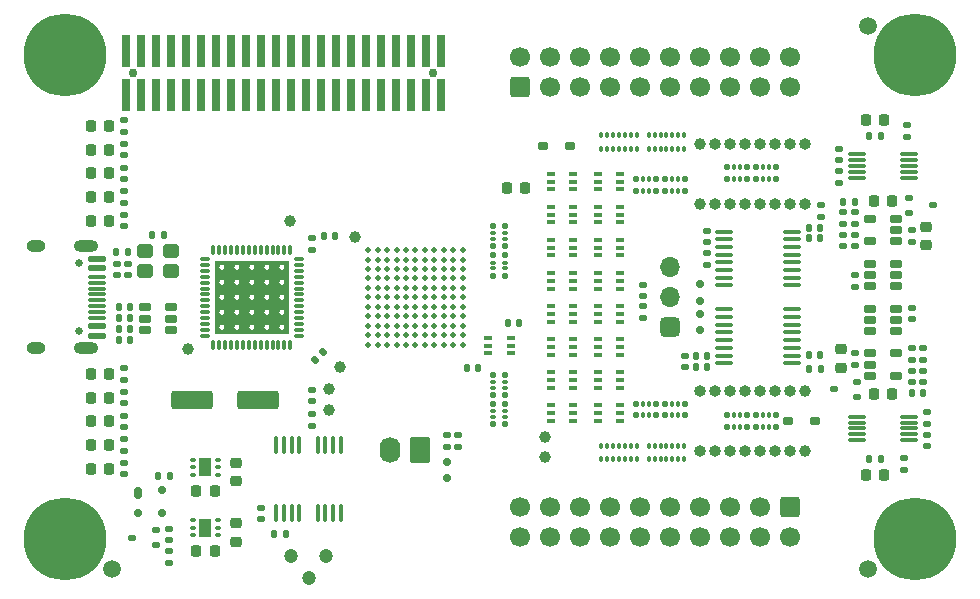
<source format=gbr>
%TF.GenerationSoftware,KiCad,Pcbnew,8.0.2-1*%
%TF.CreationDate,2024-05-28T01:52:33+02:00*%
%TF.ProjectId,glasgow,676c6173-676f-4772-9e6b-696361645f70,C3*%
%TF.SameCoordinates,Original*%
%TF.FileFunction,Soldermask,Top*%
%TF.FilePolarity,Negative*%
%FSLAX46Y46*%
G04 Gerber Fmt 4.6, Leading zero omitted, Abs format (unit mm)*
G04 Created by KiCad (PCBNEW 8.0.2-1) date 2024-05-28 01:52:33*
%MOMM*%
%LPD*%
G01*
G04 APERTURE LIST*
G04 Aperture macros list*
%AMRoundRect*
0 Rectangle with rounded corners*
0 $1 Rounding radius*
0 $2 $3 $4 $5 $6 $7 $8 $9 X,Y pos of 4 corners*
0 Add a 4 corners polygon primitive as box body*
4,1,4,$2,$3,$4,$5,$6,$7,$8,$9,$2,$3,0*
0 Add four circle primitives for the rounded corners*
1,1,$1+$1,$2,$3*
1,1,$1+$1,$4,$5*
1,1,$1+$1,$6,$7*
1,1,$1+$1,$8,$9*
0 Add four rect primitives between the rounded corners*
20,1,$1+$1,$2,$3,$4,$5,0*
20,1,$1+$1,$4,$5,$6,$7,0*
20,1,$1+$1,$6,$7,$8,$9,0*
20,1,$1+$1,$8,$9,$2,$3,0*%
G04 Aperture macros list end*
%ADD10C,0.863600*%
%ADD11C,0.200000*%
%ADD12C,0.000000*%
%ADD13C,1.000000*%
%ADD14C,1.500000*%
%ADD15RoundRect,0.147500X0.172500X-0.147500X0.172500X0.147500X-0.172500X0.147500X-0.172500X-0.147500X0*%
%ADD16RoundRect,0.147500X-0.172500X0.147500X-0.172500X-0.147500X0.172500X-0.147500X0.172500X0.147500X0*%
%ADD17RoundRect,0.147500X0.017678X-0.226274X0.226274X-0.017678X-0.017678X0.226274X-0.226274X0.017678X0*%
%ADD18O,1.000000X0.280000*%
%ADD19O,0.280000X1.000000*%
%ADD20RoundRect,0.218750X-0.218750X-0.256250X0.218750X-0.256250X0.218750X0.256250X-0.218750X0.256250X0*%
%ADD21RoundRect,0.100000X-0.225000X-0.100000X0.225000X-0.100000X0.225000X0.100000X-0.225000X0.100000X0*%
%ADD22RoundRect,0.147500X0.147500X0.172500X-0.147500X0.172500X-0.147500X-0.172500X0.147500X-0.172500X0*%
%ADD23O,1.000000X1.000000*%
%ADD24RoundRect,0.218750X0.256250X-0.218750X0.256250X0.218750X-0.256250X0.218750X-0.256250X-0.218750X0*%
%ADD25RoundRect,0.218750X-0.256250X0.218750X-0.256250X-0.218750X0.256250X-0.218750X0.256250X0.218750X0*%
%ADD26RoundRect,0.218750X0.218750X0.256250X-0.218750X0.256250X-0.218750X-0.256250X0.218750X-0.256250X0*%
%ADD27RoundRect,0.147500X-0.147500X-0.172500X0.147500X-0.172500X0.147500X0.172500X-0.147500X0.172500X0*%
%ADD28RoundRect,0.300000X-0.400000X-0.300000X0.400000X-0.300000X0.400000X0.300000X-0.400000X0.300000X0*%
%ADD29C,0.500000*%
%ADD30RoundRect,0.162500X-0.367500X-0.162500X0.367500X-0.162500X0.367500X0.162500X-0.367500X0.162500X0*%
%ADD31RoundRect,0.100000X-0.637500X-0.100000X0.637500X-0.100000X0.637500X0.100000X-0.637500X0.100000X0*%
%ADD32RoundRect,0.100000X0.637500X0.100000X-0.637500X0.100000X-0.637500X-0.100000X0.637500X-0.100000X0*%
%ADD33RoundRect,0.150000X0.200000X-0.150000X0.200000X0.150000X-0.200000X0.150000X-0.200000X-0.150000X0*%
%ADD34RoundRect,0.425000X0.425000X0.425000X-0.425000X0.425000X-0.425000X-0.425000X0.425000X-0.425000X0*%
%ADD35O,1.700000X1.700000*%
%ADD36C,0.800000*%
%ADD37C,7.000000*%
%ADD38RoundRect,0.250000X0.600000X-0.600000X0.600000X0.600000X-0.600000X0.600000X-0.600000X-0.600000X0*%
%ADD39C,1.700000*%
%ADD40RoundRect,0.162500X0.367500X0.162500X-0.367500X0.162500X-0.367500X-0.162500X0.367500X-0.162500X0*%
%ADD41RoundRect,0.122500X-0.122500X0.127500X-0.122500X-0.127500X0.122500X-0.127500X0.122500X0.127500X0*%
%ADD42RoundRect,0.070000X-0.070000X0.180000X-0.070000X-0.180000X0.070000X-0.180000X0.070000X0.180000X0*%
%ADD43RoundRect,0.122500X0.122500X-0.127500X0.122500X0.127500X-0.122500X0.127500X-0.122500X-0.127500X0*%
%ADD44RoundRect,0.070000X0.070000X-0.180000X0.070000X0.180000X-0.070000X0.180000X-0.070000X-0.180000X0*%
%ADD45RoundRect,0.122500X-0.127500X-0.122500X0.127500X-0.122500X0.127500X0.122500X-0.127500X0.122500X0*%
%ADD46RoundRect,0.070000X-0.180000X-0.070000X0.180000X-0.070000X0.180000X0.070000X-0.180000X0.070000X0*%
%ADD47C,0.650000*%
%ADD48RoundRect,0.147500X-0.577500X0.147500X-0.577500X-0.147500X0.577500X-0.147500X0.577500X0.147500X0*%
%ADD49RoundRect,0.070000X-0.655000X0.070000X-0.655000X-0.070000X0.655000X-0.070000X0.655000X0.070000X0*%
%ADD50O,2.100000X1.000000*%
%ADD51O,1.600000X1.000000*%
%ADD52RoundRect,0.150000X0.300000X0.150000X-0.300000X0.150000X-0.300000X-0.150000X0.300000X-0.150000X0*%
%ADD53RoundRect,0.150000X-0.300000X-0.150000X0.300000X-0.150000X0.300000X0.150000X-0.300000X0.150000X0*%
%ADD54RoundRect,0.112500X0.237500X-0.112500X0.237500X0.112500X-0.237500X0.112500X-0.237500X-0.112500X0*%
%ADD55RoundRect,0.112500X-0.237500X0.112500X-0.237500X-0.112500X0.237500X-0.112500X0.237500X0.112500X0*%
%ADD56RoundRect,0.070000X-0.655000X-0.070000X0.655000X-0.070000X0.655000X0.070000X-0.655000X0.070000X0*%
%ADD57C,0.760000*%
%ADD58RoundRect,0.190000X0.190000X-1.185000X0.190000X1.185000X-0.190000X1.185000X-0.190000X-1.185000X0*%
%ADD59RoundRect,0.250000X-1.500000X-0.550000X1.500000X-0.550000X1.500000X0.550000X-1.500000X0.550000X0*%
%ADD60RoundRect,0.100000X0.100000X-0.637500X0.100000X0.637500X-0.100000X0.637500X-0.100000X-0.637500X0*%
%ADD61RoundRect,0.249999X0.620001X0.850001X-0.620001X0.850001X-0.620001X-0.850001X0.620001X-0.850001X0*%
%ADD62O,1.740000X2.200000*%
%ADD63RoundRect,0.042900X0.182100X0.107100X-0.182100X0.107100X-0.182100X-0.107100X0.182100X-0.107100X0*%
%ADD64RoundRect,0.050000X0.450000X0.750000X-0.450000X0.750000X-0.450000X-0.750000X0.450000X-0.750000X0*%
%ADD65RoundRect,0.250000X-0.600000X0.600000X-0.600000X-0.600000X0.600000X-0.600000X0.600000X0.600000X0*%
%ADD66RoundRect,0.175000X-0.175000X-0.325000X0.175000X-0.325000X0.175000X0.325000X-0.175000X0.325000X0*%
%ADD67RoundRect,0.150000X-0.200000X-0.150000X0.200000X-0.150000X0.200000X0.150000X-0.200000X0.150000X0*%
%ADD68RoundRect,0.070000X0.655000X0.070000X-0.655000X0.070000X-0.655000X-0.070000X0.655000X-0.070000X0*%
%ADD69RoundRect,0.140000X-0.170000X0.140000X-0.170000X-0.140000X0.170000X-0.140000X0.170000X0.140000X0*%
%ADD70RoundRect,0.140000X0.170000X-0.140000X0.170000X0.140000X-0.170000X0.140000X-0.170000X-0.140000X0*%
%ADD71C,1.200000*%
%ADD72RoundRect,0.225000X-0.225000X-0.250000X0.225000X-0.250000X0.225000X0.250000X-0.225000X0.250000X0*%
G04 APERTURE END LIST*
D10*
%TO.C,U1*%
X17310000Y26405000D02*
X22390000Y26405000D01*
X17310000Y25135000D02*
X22390000Y25135000D01*
X17310000Y23865000D02*
X22390000Y23865000D01*
X17310000Y22595000D02*
X22390000Y22595000D01*
X17945000Y27040000D02*
X17945000Y21960000D01*
X19215000Y27040000D02*
X19215000Y21960000D01*
X20485000Y27040000D02*
X20485000Y21960000D01*
X21755000Y27040000D02*
X21755000Y21960000D01*
D11*
X17610000Y27040000D02*
G75*
G02*
X17010000Y27040000I-300000J0D01*
G01*
X17010000Y27040000D02*
G75*
G02*
X17610000Y27040000I300000J0D01*
G01*
X17610000Y25770000D02*
G75*
G02*
X17010000Y25770000I-300000J0D01*
G01*
X17010000Y25770000D02*
G75*
G02*
X17610000Y25770000I300000J0D01*
G01*
X17610000Y24500000D02*
G75*
G02*
X17010000Y24500000I-300000J0D01*
G01*
X17010000Y24500000D02*
G75*
G02*
X17610000Y24500000I300000J0D01*
G01*
X17610000Y23230000D02*
G75*
G02*
X17010000Y23230000I-300000J0D01*
G01*
X17010000Y23230000D02*
G75*
G02*
X17610000Y23230000I300000J0D01*
G01*
X17610000Y21960000D02*
G75*
G02*
X17010000Y21960000I-300000J0D01*
G01*
X17010000Y21960000D02*
G75*
G02*
X17610000Y21960000I300000J0D01*
G01*
X18880000Y27040000D02*
G75*
G02*
X18280000Y27040000I-300000J0D01*
G01*
X18280000Y27040000D02*
G75*
G02*
X18880000Y27040000I300000J0D01*
G01*
X18880000Y25770000D02*
G75*
G02*
X18280000Y25770000I-300000J0D01*
G01*
X18280000Y25770000D02*
G75*
G02*
X18880000Y25770000I300000J0D01*
G01*
X18880000Y24500000D02*
G75*
G02*
X18280000Y24500000I-300000J0D01*
G01*
X18280000Y24500000D02*
G75*
G02*
X18880000Y24500000I300000J0D01*
G01*
X18880000Y23230000D02*
G75*
G02*
X18280000Y23230000I-300000J0D01*
G01*
X18280000Y23230000D02*
G75*
G02*
X18880000Y23230000I300000J0D01*
G01*
X18880000Y21960000D02*
G75*
G02*
X18280000Y21960000I-300000J0D01*
G01*
X18280000Y21960000D02*
G75*
G02*
X18880000Y21960000I300000J0D01*
G01*
X20150000Y27040000D02*
G75*
G02*
X19550000Y27040000I-300000J0D01*
G01*
X19550000Y27040000D02*
G75*
G02*
X20150000Y27040000I300000J0D01*
G01*
X20150000Y25770000D02*
G75*
G02*
X19550000Y25770000I-300000J0D01*
G01*
X19550000Y25770000D02*
G75*
G02*
X20150000Y25770000I300000J0D01*
G01*
X20150000Y24500000D02*
G75*
G02*
X19550000Y24500000I-300000J0D01*
G01*
X19550000Y24500000D02*
G75*
G02*
X20150000Y24500000I300000J0D01*
G01*
X20150000Y23230000D02*
G75*
G02*
X19550000Y23230000I-300000J0D01*
G01*
X19550000Y23230000D02*
G75*
G02*
X20150000Y23230000I300000J0D01*
G01*
X20150000Y21960000D02*
G75*
G02*
X19550000Y21960000I-300000J0D01*
G01*
X19550000Y21960000D02*
G75*
G02*
X20150000Y21960000I300000J0D01*
G01*
X21420000Y27040000D02*
G75*
G02*
X20820000Y27040000I-300000J0D01*
G01*
X20820000Y27040000D02*
G75*
G02*
X21420000Y27040000I300000J0D01*
G01*
X21420000Y25770000D02*
G75*
G02*
X20820000Y25770000I-300000J0D01*
G01*
X20820000Y25770000D02*
G75*
G02*
X21420000Y25770000I300000J0D01*
G01*
X21420000Y24500000D02*
G75*
G02*
X20820000Y24500000I-300000J0D01*
G01*
X20820000Y24500000D02*
G75*
G02*
X21420000Y24500000I300000J0D01*
G01*
X21420000Y23230000D02*
G75*
G02*
X20820000Y23230000I-300000J0D01*
G01*
X20820000Y23230000D02*
G75*
G02*
X21420000Y23230000I300000J0D01*
G01*
X21420000Y21960000D02*
G75*
G02*
X20820000Y21960000I-300000J0D01*
G01*
X20820000Y21960000D02*
G75*
G02*
X21420000Y21960000I300000J0D01*
G01*
X22690000Y27040000D02*
G75*
G02*
X22090000Y27040000I-300000J0D01*
G01*
X22090000Y27040000D02*
G75*
G02*
X22690000Y27040000I300000J0D01*
G01*
X22690000Y25770000D02*
G75*
G02*
X22090000Y25770000I-300000J0D01*
G01*
X22090000Y25770000D02*
G75*
G02*
X22690000Y25770000I300000J0D01*
G01*
X22690000Y24500000D02*
G75*
G02*
X22090000Y24500000I-300000J0D01*
G01*
X22090000Y24500000D02*
G75*
G02*
X22690000Y24500000I300000J0D01*
G01*
X22690000Y23230000D02*
G75*
G02*
X22090000Y23230000I-300000J0D01*
G01*
X22090000Y23230000D02*
G75*
G02*
X22690000Y23230000I300000J0D01*
G01*
X22690000Y21960000D02*
G75*
G02*
X22090000Y21960000I-300000J0D01*
G01*
X22090000Y21960000D02*
G75*
G02*
X22690000Y21960000I300000J0D01*
G01*
D12*
G36*
X17100000Y21390000D02*
G01*
X16740000Y21390000D01*
X16740000Y27610000D01*
X17100000Y27610000D01*
X17100000Y21390000D01*
G37*
G36*
X22960000Y21390000D02*
G01*
X16740000Y21390000D01*
X16740000Y21750000D01*
X22960000Y21750000D01*
X22960000Y21390000D01*
G37*
G36*
X22960000Y27250000D02*
G01*
X16740000Y27250000D01*
X16740000Y27610000D01*
X22960000Y27610000D01*
X22960000Y27250000D01*
G37*
G36*
X22960000Y21390000D02*
G01*
X22600000Y21390000D01*
X22600000Y27610000D01*
X22960000Y27610000D01*
X22960000Y21390000D01*
G37*
%TD*%
D13*
%TO.C,TP5*%
X26400000Y15000000D03*
%TD*%
%TO.C,TP4*%
X26400000Y16700000D03*
%TD*%
D14*
%TO.C,FID1*%
X8000000Y1500000D03*
%TD*%
%TO.C,FID2*%
X72000000Y47500000D03*
%TD*%
D15*
%TO.C,C30*%
X77000000Y11915000D03*
X77000000Y12885000D03*
%TD*%
D16*
%TO.C,R22*%
X9000000Y12485000D03*
X9000000Y11515000D03*
%TD*%
%TO.C,R23*%
X9000000Y10485000D03*
X9000000Y9515000D03*
%TD*%
D13*
%TO.C,TP6*%
X23100000Y31000000D03*
%TD*%
D17*
%TO.C,R9*%
X25207053Y19157053D03*
X25892947Y19842947D03*
%TD*%
D18*
%TO.C,U1*%
X15850000Y27750000D03*
X15850000Y27250000D03*
X15850000Y26750000D03*
X15850000Y26250000D03*
X15850000Y25750000D03*
X15850000Y25250000D03*
X15850000Y24750000D03*
X15850000Y24250000D03*
X15850000Y23750000D03*
X15850000Y23250000D03*
X15850000Y22750000D03*
X15850000Y22250000D03*
X15850000Y21750000D03*
X15850000Y21250000D03*
D19*
X16600000Y20500000D03*
X17100000Y20500000D03*
X17600000Y20500000D03*
X18100000Y20500000D03*
X18600000Y20500000D03*
X19100000Y20500000D03*
X19600000Y20500000D03*
X20100000Y20500000D03*
X20600000Y20500000D03*
X21100000Y20500000D03*
X21600000Y20500000D03*
X22100000Y20500000D03*
X22600000Y20500000D03*
X23100000Y20500000D03*
D18*
X23850000Y21250000D03*
X23850000Y21750000D03*
X23850000Y22250000D03*
X23850000Y22750000D03*
X23850000Y23250000D03*
X23850000Y23750000D03*
X23850000Y24250000D03*
X23850000Y24750000D03*
X23850000Y25250000D03*
X23850000Y25750000D03*
X23850000Y26250000D03*
X23850000Y26750000D03*
X23850000Y27250000D03*
X23850000Y27750000D03*
D19*
X23100000Y28500000D03*
X22600000Y28500000D03*
X22100000Y28500000D03*
X21600000Y28500000D03*
X21100000Y28500000D03*
X20600000Y28500000D03*
X20100000Y28500000D03*
X19600000Y28500000D03*
X19100000Y28500000D03*
X18600000Y28500000D03*
X18100000Y28500000D03*
X17600000Y28500000D03*
X17100000Y28500000D03*
X16600000Y28500000D03*
%TD*%
D15*
%TO.C,R33*%
X70900000Y28815000D03*
X70900000Y29785000D03*
%TD*%
D20*
%TO.C,D6*%
X6212500Y18000000D03*
X7787500Y18000000D03*
%TD*%
%TO.C,D8*%
X6212500Y14000000D03*
X7787500Y14000000D03*
%TD*%
%TO.C,D5*%
X6212500Y31000000D03*
X7787500Y31000000D03*
%TD*%
%TO.C,D4*%
X6212500Y33000000D03*
X7787500Y33000000D03*
%TD*%
%TO.C,D3*%
X6212500Y35000000D03*
X7787500Y35000000D03*
%TD*%
%TO.C,D2*%
X6212500Y37000000D03*
X7787500Y37000000D03*
%TD*%
D15*
%TO.C,R14*%
X9000000Y34515000D03*
X9000000Y35485000D03*
%TD*%
%TO.C,R15*%
X9000000Y32515000D03*
X9000000Y33485000D03*
%TD*%
D16*
%TO.C,R20*%
X9000000Y16485000D03*
X9000000Y15515000D03*
%TD*%
D21*
%TO.C,U27*%
X49150000Y20950000D03*
X49150000Y20300000D03*
X49150000Y19650000D03*
X51050000Y19650000D03*
X51050000Y20300000D03*
X51050000Y20950000D03*
%TD*%
%TO.C,U26*%
X49150000Y23750000D03*
X49150000Y23100000D03*
X49150000Y22450000D03*
X51050000Y22450000D03*
X51050000Y23100000D03*
X51050000Y23750000D03*
%TD*%
%TO.C,U17*%
X49150000Y29350000D03*
X49150000Y28700000D03*
X49150000Y28050000D03*
X51050000Y28050000D03*
X51050000Y28700000D03*
X51050000Y29350000D03*
%TD*%
%TO.C,U10*%
X45150000Y26550000D03*
X45150000Y25900000D03*
X45150000Y25250000D03*
X47050000Y25250000D03*
X47050000Y25900000D03*
X47050000Y26550000D03*
%TD*%
%TO.C,U9*%
X45150000Y29350000D03*
X45150000Y28700000D03*
X45150000Y28050000D03*
X47050000Y28050000D03*
X47050000Y28700000D03*
X47050000Y29350000D03*
%TD*%
%TO.C,U6*%
X45150000Y32150000D03*
X45150000Y31500000D03*
X45150000Y30850000D03*
X47050000Y30850000D03*
X47050000Y31500000D03*
X47050000Y32150000D03*
%TD*%
%TO.C,U22*%
X45150000Y23750000D03*
X45150000Y23100000D03*
X45150000Y22450000D03*
X47050000Y22450000D03*
X47050000Y23100000D03*
X47050000Y23750000D03*
%TD*%
%TO.C,U24*%
X45150000Y18150000D03*
X45150000Y17500000D03*
X45150000Y16850000D03*
X47050000Y16850000D03*
X47050000Y17500000D03*
X47050000Y18150000D03*
%TD*%
%TO.C,U25*%
X45150000Y15350000D03*
X45150000Y14700000D03*
X45150000Y14050000D03*
X47050000Y14050000D03*
X47050000Y14700000D03*
X47050000Y15350000D03*
%TD*%
D22*
%TO.C,C57*%
X70885000Y32600000D03*
X69915000Y32600000D03*
%TD*%
D20*
%TO.C,D1*%
X6212500Y39000000D03*
X7787500Y39000000D03*
%TD*%
D13*
%TO.C,J9*%
X57800000Y32400000D03*
D23*
X59070000Y32400000D03*
X60340000Y32400000D03*
X61610000Y32400000D03*
X62880000Y32400000D03*
X64150000Y32400000D03*
X65420000Y32400000D03*
X66690000Y32400000D03*
%TD*%
D13*
%TO.C,J6*%
X66700000Y11500000D03*
D23*
X65430000Y11500000D03*
X64160000Y11500000D03*
X62890000Y11500000D03*
X61620000Y11500000D03*
X60350000Y11500000D03*
X59080000Y11500000D03*
X57810000Y11500000D03*
%TD*%
D24*
%TO.C,C82*%
X76900000Y28912500D03*
X76900000Y30487500D03*
%TD*%
D25*
%TO.C,C31*%
X69700000Y20087500D03*
X69700000Y18512500D03*
%TD*%
D26*
%TO.C,C53*%
X74087500Y16300000D03*
X72512500Y16300000D03*
%TD*%
D16*
%TO.C,R28*%
X75700000Y18285000D03*
X75700000Y17315000D03*
%TD*%
%TO.C,R27*%
X75700000Y20185000D03*
X75700000Y19215000D03*
%TD*%
D14*
%TO.C,FID3*%
X72000000Y1500000D03*
%TD*%
D13*
%TO.C,FID8*%
X28600000Y29600000D03*
%TD*%
D15*
%TO.C,C59*%
X75700000Y29215000D03*
X75700000Y30185000D03*
%TD*%
%TO.C,R34*%
X70900000Y30715000D03*
X70900000Y31685000D03*
%TD*%
%TO.C,C12*%
X9350000Y26365000D03*
X9350000Y27335000D03*
%TD*%
%TO.C,R16*%
X9000000Y30515000D03*
X9000000Y31485000D03*
%TD*%
D27*
%TO.C,R17*%
X25915000Y29700000D03*
X26885000Y29700000D03*
%TD*%
D15*
%TO.C,R12*%
X9000000Y38515000D03*
X9000000Y39485000D03*
%TD*%
%TO.C,R13*%
X9000000Y36515000D03*
X9000000Y37485000D03*
%TD*%
D28*
%TO.C,Y1*%
X10800000Y26750000D03*
X13000000Y26750000D03*
X13000000Y28450000D03*
X10800000Y28450000D03*
%TD*%
D29*
%TO.C,U30*%
X37700000Y28500000D03*
X37700000Y27700000D03*
X37700000Y26900000D03*
X37700000Y26100000D03*
X37700000Y25300000D03*
X37700000Y24500000D03*
X37700000Y23700000D03*
X37700000Y22900000D03*
X37700000Y22100000D03*
X37700000Y21300000D03*
X37700000Y20500000D03*
X36900000Y28500000D03*
X36900000Y27700000D03*
X36900000Y26900000D03*
X36900000Y26100000D03*
X36900000Y25300000D03*
X36900000Y24500000D03*
X36900000Y23700000D03*
X36900000Y22900000D03*
X36900000Y22100000D03*
X36900000Y21300000D03*
X36900000Y20500000D03*
X36100000Y28500000D03*
X36100000Y27700000D03*
X36100000Y26900000D03*
X36100000Y26100000D03*
X36100000Y25300000D03*
X36100000Y24500000D03*
X36100000Y23700000D03*
X36100000Y22900000D03*
X36100000Y22100000D03*
X36100000Y21300000D03*
X36100000Y20500000D03*
X35300000Y28500000D03*
X35300000Y27700000D03*
X35300000Y26900000D03*
X35300000Y26100000D03*
X35300000Y25300000D03*
X35300000Y24500000D03*
X35300000Y23700000D03*
X35300000Y22900000D03*
X35300000Y22100000D03*
X35300000Y21300000D03*
X35300000Y20500000D03*
X34500000Y28500000D03*
X34500000Y27700000D03*
X34500000Y26900000D03*
X34500000Y26100000D03*
X34500000Y25300000D03*
X34500000Y24500000D03*
X34500000Y23700000D03*
X34500000Y22900000D03*
X34500000Y22100000D03*
X34500000Y21300000D03*
X34500000Y20500000D03*
X33700000Y28500000D03*
X33700000Y27700000D03*
X33700000Y26900000D03*
X33700000Y26100000D03*
X33700000Y25300000D03*
X33700000Y24500000D03*
X33700000Y23700000D03*
X33700000Y22900000D03*
X33700000Y22100000D03*
X33700000Y21300000D03*
X33700000Y20500000D03*
X32900000Y28500000D03*
X32900000Y27700000D03*
X32900000Y26900000D03*
X32900000Y26100000D03*
X32900000Y25300000D03*
X32900000Y24500000D03*
X32900000Y23700000D03*
X32900000Y22900000D03*
X32900000Y22100000D03*
X32900000Y21300000D03*
X32900000Y20500000D03*
X32100000Y28500000D03*
X32100000Y27700000D03*
X32100000Y26900000D03*
X32100000Y26100000D03*
X32100000Y25300000D03*
X32100000Y24500000D03*
X32100000Y23700000D03*
X32100000Y22900000D03*
X32100000Y22100000D03*
X32100000Y21300000D03*
X32100000Y20500000D03*
X31300000Y28500000D03*
X31300000Y27700000D03*
X31300000Y26900000D03*
X31300000Y26100000D03*
X31300000Y25300000D03*
X31300000Y24500000D03*
X31300000Y23700000D03*
X31300000Y22900000D03*
X31300000Y22100000D03*
X31300000Y21300000D03*
X31300000Y20500000D03*
X30500000Y28500000D03*
X30500000Y27700000D03*
X30500000Y26900000D03*
X30500000Y26100000D03*
X30500000Y25300000D03*
X30500000Y24500000D03*
X30500000Y23700000D03*
X30500000Y22900000D03*
X30500000Y22100000D03*
X30500000Y21300000D03*
X30500000Y20500000D03*
X29700000Y28500000D03*
X29700000Y27700000D03*
X29700000Y26900000D03*
X29700000Y26100000D03*
X29700000Y25300000D03*
X29700000Y24500000D03*
X29700000Y23700000D03*
X29700000Y22900000D03*
X29700000Y22100000D03*
X29700000Y21300000D03*
X29700000Y20500000D03*
%TD*%
D22*
%TO.C,C13*%
X9335000Y28300000D03*
X8365000Y28300000D03*
%TD*%
D21*
%TO.C,U16*%
X49150000Y32150000D03*
X49150000Y31500000D03*
X49150000Y30850000D03*
X51050000Y30850000D03*
X51050000Y31500000D03*
X51050000Y32150000D03*
%TD*%
%TO.C,U11*%
X49150000Y34950000D03*
X49150000Y34300000D03*
X49150000Y33650000D03*
X51050000Y33650000D03*
X51050000Y34300000D03*
X51050000Y34950000D03*
%TD*%
D16*
%TO.C,R21*%
X9000000Y14485000D03*
X9000000Y13515000D03*
%TD*%
D20*
%TO.C,D9*%
X6212500Y12000000D03*
X7787500Y12000000D03*
%TD*%
D16*
%TO.C,R11*%
X9000000Y18485000D03*
X9000000Y17515000D03*
%TD*%
D20*
%TO.C,D7*%
X6212500Y16000000D03*
X7787500Y16000000D03*
%TD*%
%TO.C,D10*%
X6212500Y10000000D03*
X7787500Y10000000D03*
%TD*%
D15*
%TO.C,R18*%
X75300000Y38115000D03*
X75300000Y39085000D03*
%TD*%
D13*
%TO.C,J7*%
X66700000Y16580000D03*
D23*
X65430000Y16580000D03*
X64160000Y16580000D03*
X62890000Y16580000D03*
X61620000Y16580000D03*
X60350000Y16580000D03*
X59080000Y16580000D03*
X57810000Y16580000D03*
%TD*%
D30*
%TO.C,U14*%
X72200000Y19750000D03*
X72200000Y18800000D03*
X72200000Y17850000D03*
X74400000Y17850000D03*
X74400000Y19750000D03*
%TD*%
D22*
%TO.C,C29*%
X58385000Y18600000D03*
X57415000Y18600000D03*
%TD*%
D27*
%TO.C,C46*%
X75715000Y16400000D03*
X76685000Y16400000D03*
%TD*%
D16*
%TO.C,R19*%
X75100000Y10885000D03*
X75100000Y9915000D03*
%TD*%
D21*
%TO.C,U18*%
X49150000Y26550000D03*
X49150000Y25900000D03*
X49150000Y25250000D03*
X51050000Y25250000D03*
X51050000Y25900000D03*
X51050000Y26550000D03*
%TD*%
D16*
%TO.C,R40*%
X20600000Y6685000D03*
X20600000Y5715000D03*
%TD*%
D31*
%TO.C,U19*%
X59837500Y30075000D03*
X59837500Y29425000D03*
X59837500Y28775000D03*
X59837500Y28125000D03*
X59837500Y27475000D03*
X59837500Y26825000D03*
X59837500Y26175000D03*
X59837500Y25525000D03*
X65562500Y25525000D03*
X65562500Y26175000D03*
X65562500Y26825000D03*
X65562500Y27475000D03*
X65562500Y28125000D03*
X65562500Y28775000D03*
X65562500Y29425000D03*
X65562500Y30075000D03*
%TD*%
D15*
%TO.C,R39*%
X53000000Y22765000D03*
X53000000Y23735000D03*
%TD*%
D16*
%TO.C,R43*%
X53000000Y25585000D03*
X53000000Y24615000D03*
%TD*%
D21*
%TO.C,U28*%
X49150000Y18150000D03*
X49150000Y17500000D03*
X49150000Y16850000D03*
X51050000Y16850000D03*
X51050000Y17500000D03*
X51050000Y18150000D03*
%TD*%
%TO.C,U23*%
X45150000Y20950000D03*
X45150000Y20300000D03*
X45150000Y19650000D03*
X47050000Y19650000D03*
X47050000Y20300000D03*
X47050000Y20950000D03*
%TD*%
D27*
%TO.C,C22*%
X67030000Y18400000D03*
X68000000Y18400000D03*
%TD*%
D15*
%TO.C,R44*%
X36350000Y11865000D03*
X36350000Y12835000D03*
%TD*%
D27*
%TO.C,R36*%
X67015000Y19600000D03*
X67985000Y19600000D03*
%TD*%
%TO.C,R41*%
X57415000Y19500000D03*
X58385000Y19500000D03*
%TD*%
D16*
%TO.C,C84*%
X58350000Y30135000D03*
X58350000Y29165000D03*
%TD*%
%TO.C,C45*%
X70900000Y19785000D03*
X70900000Y18815000D03*
%TD*%
D32*
%TO.C,U5*%
X65562500Y18925000D03*
X65562500Y19575000D03*
X65562500Y20225000D03*
X65562500Y20875000D03*
X65562500Y21525000D03*
X65562500Y22175000D03*
X65562500Y22825000D03*
X65562500Y23475000D03*
X59837500Y23475000D03*
X59837500Y22825000D03*
X59837500Y22175000D03*
X59837500Y21525000D03*
X59837500Y20875000D03*
X59837500Y20225000D03*
X59837500Y19575000D03*
X59837500Y18925000D03*
%TD*%
D22*
%TO.C,R42*%
X67985000Y29500000D03*
X67015000Y29500000D03*
%TD*%
D16*
%TO.C,R35*%
X69900000Y31685000D03*
X69900000Y30715000D03*
%TD*%
D15*
%TO.C,R29*%
X76700000Y17315000D03*
X76700000Y18285000D03*
%TD*%
D22*
%TO.C,R10*%
X42485000Y22300000D03*
X41515000Y22300000D03*
%TD*%
D13*
%TO.C,TP3*%
X44700000Y12700000D03*
%TD*%
%TO.C,TP1*%
X44700000Y11000000D03*
%TD*%
D15*
%TO.C,R2*%
X24900000Y13615000D03*
X24900000Y14585000D03*
%TD*%
D33*
%TO.C,D12*%
X57800000Y23100000D03*
X57800000Y21700000D03*
%TD*%
D22*
%TO.C,R45*%
X39035000Y18500000D03*
X38065000Y18500000D03*
%TD*%
D34*
%TO.C,J10*%
X55270000Y21960000D03*
D35*
X55270000Y24500000D03*
X55270000Y27040000D03*
%TD*%
D36*
%TO.C,MK1*%
X1375000Y4000000D03*
X2143845Y5856155D03*
X2143845Y2143845D03*
X4000000Y6625000D03*
D37*
X4000000Y4000000D03*
D36*
X4000000Y1375000D03*
X5856155Y5856155D03*
X5856155Y2143845D03*
X6625000Y4000000D03*
%TD*%
%TO.C,MK2*%
X1375000Y45000000D03*
X2143845Y46856155D03*
X2143845Y43143845D03*
X4000000Y47625000D03*
D37*
X4000000Y45000000D03*
D36*
X4000000Y42375000D03*
X5856155Y46856155D03*
X5856155Y43143845D03*
X6625000Y45000000D03*
%TD*%
%TO.C,MK4*%
X73375000Y4000000D03*
X74143845Y5856155D03*
X74143845Y2143845D03*
X76000000Y6625000D03*
D37*
X76000000Y4000000D03*
D36*
X76000000Y1375000D03*
X77856155Y5856155D03*
X77856155Y2143845D03*
X78625000Y4000000D03*
%TD*%
D20*
%TO.C,C83*%
X72512500Y32700000D03*
X74087500Y32700000D03*
%TD*%
D36*
%TO.C,MK3*%
X73375000Y45000000D03*
X74143845Y46856155D03*
X74143845Y43143845D03*
X76000000Y47625000D03*
D37*
X76000000Y45000000D03*
D36*
X76000000Y42375000D03*
X77856155Y46856155D03*
X77856155Y43143845D03*
X78625000Y45000000D03*
%TD*%
D13*
%TO.C,J8*%
X57800000Y37500000D03*
D23*
X59070000Y37500000D03*
X60340000Y37500000D03*
X61610000Y37500000D03*
X62880000Y37500000D03*
X64150000Y37500000D03*
X65420000Y37500000D03*
X66690000Y37500000D03*
%TD*%
D26*
%TO.C,D15*%
X73387500Y39500000D03*
X71812500Y39500000D03*
%TD*%
D16*
%TO.C,C55*%
X69600000Y37085000D03*
X69600000Y36115000D03*
%TD*%
D38*
%TO.C,J2*%
X42570000Y42280000D03*
D39*
X42570000Y44820000D03*
X45110000Y42280000D03*
X45110000Y44820000D03*
X47650000Y42280000D03*
X47650000Y44820000D03*
X50190000Y42280000D03*
X50190000Y44820000D03*
X52730000Y42280000D03*
X52730000Y44820000D03*
X55270000Y42280000D03*
X55270000Y44820000D03*
X57810000Y42280000D03*
X57810000Y44820000D03*
X60350000Y42280000D03*
X60350000Y44820000D03*
X62890000Y42280000D03*
X62890000Y44820000D03*
X65430000Y42280000D03*
X65430000Y44820000D03*
%TD*%
D22*
%TO.C,R46*%
X73085000Y10800000D03*
X72115000Y10800000D03*
%TD*%
%TO.C,R47*%
X73085000Y38200000D03*
X72115000Y38200000D03*
%TD*%
D13*
%TO.C,TP2*%
X27300000Y18600000D03*
%TD*%
D26*
%TO.C,D14*%
X73387500Y9500000D03*
X71812500Y9500000D03*
%TD*%
D40*
%TO.C,U31*%
X74400000Y29250000D03*
X74400000Y30200000D03*
X74400000Y31150000D03*
X72200000Y31150000D03*
X72200000Y29250000D03*
%TD*%
D33*
%TO.C,D11*%
X36400000Y10600000D03*
X36400000Y9200000D03*
%TD*%
D16*
%TO.C,R1*%
X24900000Y16685000D03*
X24900000Y15715000D03*
%TD*%
D41*
%TO.C,RN3*%
X56555000Y15500000D03*
D42*
X55950000Y15500000D03*
X55450000Y15500000D03*
D41*
X54845000Y15500000D03*
X54845000Y14500000D03*
D42*
X55450000Y14500000D03*
X55950000Y14500000D03*
D41*
X56555000Y14500000D03*
%TD*%
%TO.C,RN4*%
X54055000Y15500000D03*
D42*
X53450000Y15500000D03*
X52950000Y15500000D03*
D41*
X52345000Y15500000D03*
X52345000Y14500000D03*
D42*
X52950000Y14500000D03*
X53450000Y14500000D03*
D41*
X54055000Y14500000D03*
%TD*%
D43*
%TO.C,RN5*%
X62545000Y13500000D03*
D44*
X63150000Y13500000D03*
X63650000Y13500000D03*
D43*
X64255000Y13500000D03*
X64255000Y14500000D03*
D44*
X63650000Y14500000D03*
X63150000Y14500000D03*
D43*
X62545000Y14500000D03*
%TD*%
%TO.C,RN6*%
X60045000Y13500000D03*
D44*
X60650000Y13500000D03*
X61150000Y13500000D03*
D43*
X61755000Y13500000D03*
X61755000Y14500000D03*
D44*
X61150000Y14500000D03*
X60650000Y14500000D03*
D43*
X60045000Y14500000D03*
%TD*%
D45*
%TO.C,RN7*%
X40300000Y30555000D03*
D46*
X40300000Y29950000D03*
X40300000Y29450000D03*
D45*
X40300000Y28845000D03*
X41300000Y28845000D03*
D46*
X41300000Y29450000D03*
X41300000Y29950000D03*
D45*
X41300000Y30555000D03*
%TD*%
%TO.C,RN8*%
X40300000Y28055000D03*
D46*
X40300000Y27450000D03*
X40300000Y26950000D03*
D45*
X40300000Y26345000D03*
X41300000Y26345000D03*
D46*
X41300000Y26950000D03*
X41300000Y27450000D03*
D45*
X41300000Y28055000D03*
%TD*%
D43*
%TO.C,RN10*%
X54845000Y33500000D03*
D44*
X55450000Y33500000D03*
X55950000Y33500000D03*
D43*
X56555000Y33500000D03*
X56555000Y34500000D03*
D44*
X55950000Y34500000D03*
X55450000Y34500000D03*
D43*
X54845000Y34500000D03*
%TD*%
D41*
%TO.C,RN11*%
X61755000Y35500000D03*
D42*
X61150000Y35500000D03*
X60650000Y35500000D03*
D41*
X60045000Y35500000D03*
X60045000Y34500000D03*
D42*
X60650000Y34500000D03*
X61150000Y34500000D03*
D41*
X61755000Y34500000D03*
%TD*%
%TO.C,RN12*%
X64255000Y35500000D03*
D42*
X63650000Y35500000D03*
X63150000Y35500000D03*
D41*
X62545000Y35500000D03*
X62545000Y34500000D03*
D42*
X63150000Y34500000D03*
X63650000Y34500000D03*
D41*
X64255000Y34500000D03*
%TD*%
D21*
%TO.C,U4*%
X45150000Y34950000D03*
X45150000Y34300000D03*
X45150000Y33650000D03*
X47050000Y33650000D03*
X47050000Y34300000D03*
X47050000Y34950000D03*
%TD*%
%TO.C,U32*%
X39850000Y21050000D03*
X39850000Y20400000D03*
X39850000Y19750000D03*
X41750000Y19750000D03*
X41750000Y20400000D03*
X41750000Y21050000D03*
%TD*%
%TO.C,U29*%
X49150000Y15350000D03*
X49150000Y14700000D03*
X49150000Y14050000D03*
X51050000Y14050000D03*
X51050000Y14700000D03*
X51050000Y15350000D03*
%TD*%
D33*
%TO.C,D13*%
X57800000Y25600000D03*
X57800000Y24200000D03*
%TD*%
D45*
%TO.C,RN2*%
X40300000Y15455000D03*
D46*
X40300000Y14850000D03*
X40300000Y14350000D03*
D45*
X40300000Y13745000D03*
X41300000Y13745000D03*
D46*
X41300000Y14350000D03*
X41300000Y14850000D03*
D45*
X41300000Y15455000D03*
%TD*%
%TO.C,RN1*%
X40300000Y17955000D03*
D46*
X40300000Y17350000D03*
X40300000Y16850000D03*
D45*
X40300000Y16245000D03*
X41300000Y16245000D03*
D46*
X41300000Y16850000D03*
X41300000Y17350000D03*
D45*
X41300000Y17955000D03*
%TD*%
D16*
%TO.C,R37*%
X58350000Y28235000D03*
X58350000Y27265000D03*
%TD*%
D47*
%TO.C,J1*%
X5250000Y27390000D03*
X5250000Y21610000D03*
D48*
X6695000Y27755000D03*
X6695000Y26945000D03*
D49*
X6695000Y25750000D03*
X6695000Y24750000D03*
X6695000Y24250000D03*
X6695000Y23250000D03*
D48*
X6695000Y22055000D03*
X6695000Y21245000D03*
X6695000Y21245000D03*
X6695000Y22055000D03*
D49*
X6695000Y22750000D03*
X6695000Y23750000D03*
X6695000Y25250000D03*
X6695000Y26250000D03*
D48*
X6695000Y26945000D03*
X6695000Y27755000D03*
D50*
X5780000Y28820000D03*
D51*
X1600000Y28820000D03*
D50*
X5780000Y20180000D03*
D51*
X1600000Y20180000D03*
%TD*%
D22*
%TO.C,C11*%
X12385000Y29800000D03*
X11415000Y29800000D03*
%TD*%
D16*
%TO.C,R53*%
X8400000Y27335000D03*
X8400000Y26365000D03*
%TD*%
D22*
%TO.C,C8*%
X9535000Y23700000D03*
X8565000Y23700000D03*
%TD*%
D27*
%TO.C,FB1*%
X8565000Y21800000D03*
X9535000Y21800000D03*
%TD*%
D30*
%TO.C,U15*%
X10800000Y23650000D03*
X10800000Y22700000D03*
X10800000Y21750000D03*
X13000000Y21750000D03*
X13000000Y22700000D03*
X13000000Y23650000D03*
%TD*%
D22*
%TO.C,R52*%
X9535000Y22750000D03*
X8565000Y22750000D03*
%TD*%
D52*
%TO.C,D16*%
X67500000Y14000000D03*
X65200000Y14000000D03*
%TD*%
D53*
%TO.C,D17*%
X44500000Y37300000D03*
X46800000Y37300000D03*
%TD*%
D54*
%TO.C,D18*%
X71100000Y16050000D03*
X71100000Y17350000D03*
X69100000Y16700000D03*
%TD*%
D55*
%TO.C,D19*%
X75500000Y32950000D03*
X75500000Y31650000D03*
X77500000Y32300000D03*
%TD*%
D16*
%TO.C,R26*%
X76700000Y20185000D03*
X76700000Y19215000D03*
%TD*%
D56*
%TO.C,U12*%
X71100000Y14400000D03*
X71100000Y13900000D03*
X71100000Y13400000D03*
X71100000Y12900000D03*
X71100000Y12400000D03*
X75500000Y12400000D03*
X75500000Y12900000D03*
X75500000Y13400000D03*
X75500000Y13900000D03*
X75500000Y14400000D03*
%TD*%
D44*
%TO.C,D21*%
X49450000Y10775000D03*
X49950000Y10775000D03*
X50450000Y10775000D03*
X50950000Y10775000D03*
X51450000Y10775000D03*
X51950000Y10775000D03*
X52450000Y10775000D03*
X52450000Y11925000D03*
X51950000Y11925000D03*
X51450000Y11925000D03*
X50950000Y11925000D03*
X50450000Y11925000D03*
X49950000Y11925000D03*
X49450000Y11925000D03*
%TD*%
D42*
%TO.C,D23*%
X56450000Y38225000D03*
X55950000Y38225000D03*
X55450000Y38225000D03*
X54950000Y38225000D03*
X54450000Y38225000D03*
X53950000Y38225000D03*
X53450000Y38225000D03*
X53450000Y37075000D03*
X53950000Y37075000D03*
X54450000Y37075000D03*
X54950000Y37075000D03*
X55450000Y37075000D03*
X55950000Y37075000D03*
X56450000Y37075000D03*
%TD*%
D22*
%TO.C,C16*%
X12885000Y9400000D03*
X11915000Y9400000D03*
%TD*%
D15*
%TO.C,C88*%
X24900000Y28530000D03*
X24900000Y29500000D03*
%TD*%
D54*
%TO.C,D24*%
X11700000Y3500000D03*
X11700000Y4800000D03*
X9700000Y4150000D03*
%TD*%
D15*
%TO.C,R4*%
X12800000Y2030000D03*
X12800000Y3000000D03*
%TD*%
%TO.C,R5*%
X12800000Y3930000D03*
X12800000Y4900000D03*
%TD*%
D16*
%TO.C,R57*%
X56500000Y19535000D03*
X56500000Y18565000D03*
%TD*%
D15*
%TO.C,R58*%
X68000000Y31315000D03*
X68000000Y32285000D03*
%TD*%
%TO.C,R38*%
X37300000Y11865000D03*
X37300000Y12835000D03*
%TD*%
D57*
%TO.C,J5*%
X9800000Y43500000D03*
X35200000Y43500000D03*
D58*
X9165000Y41625000D03*
X9165000Y45375000D03*
X10435000Y41625000D03*
X10435000Y45375000D03*
X11705000Y41625000D03*
X11705000Y45375000D03*
X12975000Y41625000D03*
X12975000Y45375000D03*
X14245000Y41625000D03*
X14245000Y45375000D03*
X15515000Y41625000D03*
X15515000Y45375000D03*
X16785000Y41625000D03*
X16785000Y45375000D03*
X18055000Y41625000D03*
X18055000Y45375000D03*
X19325000Y41625000D03*
X19325000Y45375000D03*
X20595000Y41625000D03*
X20595000Y45375000D03*
X21865000Y41625000D03*
X21865000Y45375000D03*
X23135000Y41625000D03*
X23135000Y45375000D03*
X24405000Y41625000D03*
X24405000Y45375000D03*
X25675000Y41625000D03*
X25675000Y45375000D03*
X26945000Y41625000D03*
X26945000Y45375000D03*
X28215000Y41625000D03*
X28215000Y45375000D03*
X29485000Y41625000D03*
X29485000Y45375000D03*
X30755000Y41625000D03*
X30755000Y45375000D03*
X32025000Y41625000D03*
X32025000Y45375000D03*
X33295000Y41625000D03*
X33295000Y45375000D03*
X34565000Y41625000D03*
X34565000Y45375000D03*
X35835000Y41625000D03*
X35835000Y45375000D03*
%TD*%
D22*
%TO.C,R3*%
X9535000Y20850000D03*
X8565000Y20850000D03*
%TD*%
D13*
%TO.C,TP7*%
X14400000Y20100000D03*
%TD*%
D59*
%TO.C,C87*%
X14800000Y15800000D03*
X20400000Y15800000D03*
%TD*%
D60*
%TO.C,U2*%
X25425000Y6237500D03*
X26075000Y6237500D03*
X26725000Y6237500D03*
X27375000Y6237500D03*
X27375000Y11962500D03*
X26725000Y11962500D03*
X26075000Y11962500D03*
X25425000Y11962500D03*
%TD*%
%TO.C,U3*%
X21925000Y6237500D03*
X22575000Y6237500D03*
X23225000Y6237500D03*
X23875000Y6237500D03*
X23875000Y11962500D03*
X23225000Y11962500D03*
X22575000Y11962500D03*
X21925000Y11962500D03*
%TD*%
D61*
%TO.C,J4*%
X34100000Y11600000D03*
D62*
X31560000Y11600000D03*
%TD*%
D63*
%TO.C,U8*%
X16950000Y4350000D03*
X16950000Y5000000D03*
X16950000Y5650000D03*
X14850000Y5650000D03*
X14850000Y5000000D03*
X14850000Y4350000D03*
D64*
X15900000Y5000000D03*
%TD*%
D63*
%TO.C,U36*%
X16950000Y9450000D03*
X16950000Y10100000D03*
X16950000Y10750000D03*
X14850000Y10750000D03*
X14850000Y10100000D03*
X14850000Y9450000D03*
D64*
X15900000Y10100000D03*
%TD*%
D26*
%TO.C,C86*%
X16687500Y8100000D03*
X15112500Y8100000D03*
%TD*%
%TO.C,C26*%
X16687500Y3000000D03*
X15112500Y3000000D03*
%TD*%
D24*
%TO.C,C27*%
X18500000Y8912500D03*
X18500000Y10487500D03*
%TD*%
%TO.C,C28*%
X18500000Y3812500D03*
X18500000Y5387500D03*
%TD*%
D65*
%TO.C,J3*%
X65430000Y6720000D03*
D39*
X65430000Y4180000D03*
X62890000Y6720000D03*
X62890000Y4180000D03*
X60350000Y6720000D03*
X60350000Y4180000D03*
X57810000Y6720000D03*
X57810000Y4180000D03*
X55270000Y6720000D03*
X55270000Y4180000D03*
X52730000Y6720000D03*
X52730000Y4180000D03*
X50190000Y6720000D03*
X50190000Y4180000D03*
X47650000Y6720000D03*
X47650000Y4180000D03*
X45110000Y6720000D03*
X45110000Y4180000D03*
X42570000Y6720000D03*
X42570000Y4180000D03*
%TD*%
D66*
%TO.C,U7*%
X10200000Y7950000D03*
D67*
X10200000Y6250000D03*
X12200000Y6250000D03*
X12200000Y8150000D03*
%TD*%
D44*
%TO.C,D20*%
X53450000Y10775000D03*
X53950000Y10775000D03*
X54450000Y10775000D03*
X54950000Y10775000D03*
X55450000Y10775000D03*
X55950000Y10775000D03*
X56450000Y10775000D03*
X56450000Y11925000D03*
X55950000Y11925000D03*
X55450000Y11925000D03*
X54950000Y11925000D03*
X54450000Y11925000D03*
X53950000Y11925000D03*
X53450000Y11925000D03*
%TD*%
D43*
%TO.C,RN9*%
X52345000Y33500000D03*
D44*
X52950000Y33500000D03*
X53450000Y33500000D03*
D43*
X54055000Y33500000D03*
X54055000Y34500000D03*
D44*
X53450000Y34500000D03*
X52950000Y34500000D03*
D43*
X52345000Y34500000D03*
%TD*%
D68*
%TO.C,U21*%
X75500000Y34600000D03*
X75500000Y35100000D03*
X75500000Y35600000D03*
X75500000Y36100000D03*
X75500000Y36600000D03*
X71100000Y36600000D03*
X71100000Y36100000D03*
X71100000Y35600000D03*
X71100000Y35100000D03*
X71100000Y34600000D03*
%TD*%
D22*
%TO.C,C89*%
X22735000Y4450000D03*
X21765000Y4450000D03*
%TD*%
D69*
%TO.C,C90*%
X77000000Y14780000D03*
X77000000Y13820000D03*
%TD*%
D70*
%TO.C,C91*%
X69600000Y34220000D03*
X69600000Y35180000D03*
%TD*%
D42*
%TO.C,D22*%
X52450000Y38225000D03*
X51950000Y38225000D03*
X51450000Y38225000D03*
X50950000Y38225000D03*
X50450000Y38225000D03*
X49950000Y38225000D03*
X49450000Y38225000D03*
X49450000Y37075000D03*
X49950000Y37075000D03*
X50450000Y37075000D03*
X50950000Y37075000D03*
X51450000Y37075000D03*
X51950000Y37075000D03*
X52450000Y37075000D03*
%TD*%
D16*
%TO.C,C56*%
X70900000Y26385000D03*
X70900000Y25415000D03*
%TD*%
D30*
%TO.C,U20*%
X72200000Y27350000D03*
X72200000Y26400000D03*
X72200000Y25450000D03*
X74400000Y25450000D03*
X74400000Y26400000D03*
X74400000Y27350000D03*
%TD*%
D15*
%TO.C,R55*%
X69900000Y28815000D03*
X69900000Y29785000D03*
%TD*%
D40*
%TO.C,U13*%
X74400000Y21650000D03*
X74400000Y22600000D03*
X74400000Y23550000D03*
X72200000Y23550000D03*
X72200000Y22600000D03*
X72200000Y21650000D03*
%TD*%
D15*
%TO.C,C32*%
X75700000Y22630000D03*
X75700000Y23600000D03*
%TD*%
D71*
%TO.C,SW1*%
X26150000Y2620000D03*
X23150000Y2620000D03*
X24650000Y770000D03*
%TD*%
D27*
%TO.C,C54*%
X67015000Y30400000D03*
X67985000Y30400000D03*
%TD*%
D72*
%TO.C,C92*%
X41450000Y33750000D03*
X43000000Y33750000D03*
%TD*%
M02*

</source>
